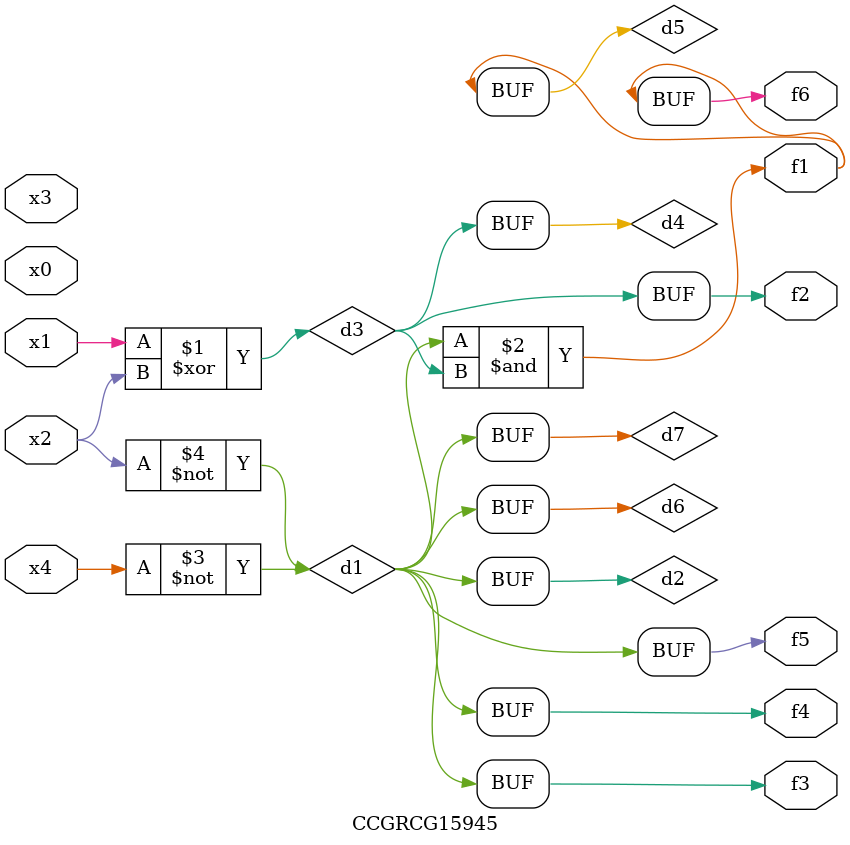
<source format=v>
module CCGRCG15945(
	input x0, x1, x2, x3, x4,
	output f1, f2, f3, f4, f5, f6
);

	wire d1, d2, d3, d4, d5, d6, d7;

	not (d1, x4);
	not (d2, x2);
	xor (d3, x1, x2);
	buf (d4, d3);
	and (d5, d1, d3);
	buf (d6, d1, d2);
	buf (d7, d2);
	assign f1 = d5;
	assign f2 = d4;
	assign f3 = d7;
	assign f4 = d7;
	assign f5 = d7;
	assign f6 = d5;
endmodule

</source>
